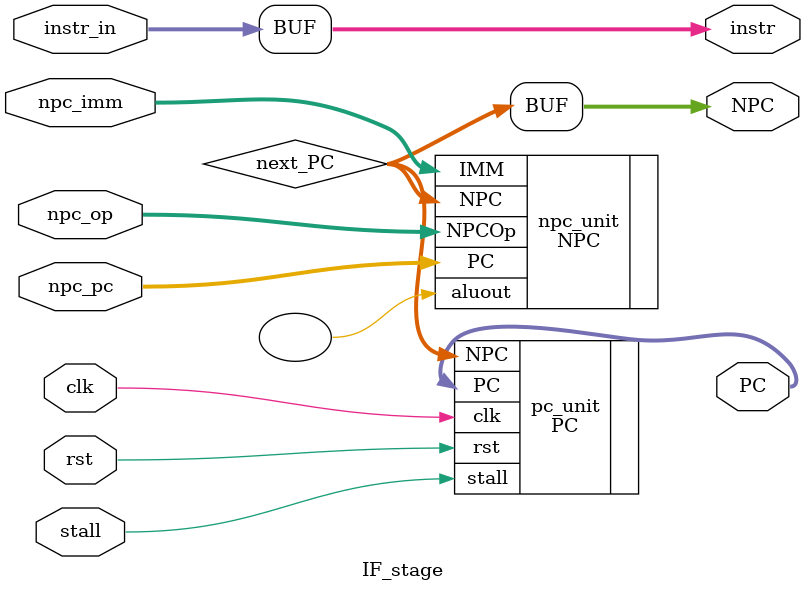
<source format=v>
`include "ctrl_encode_def.v"
module IF_stage(
    input clk,
    input rst,
    input stall,
    input [31:0] instr_in,
    input [2:0] npc_op,
    input [31:0] npc_imm,
    input [31:0] npc_pc,
    output [31:0] PC,
    output [31:0] instr,
    output [31:0] NPC
);
    wire [31:0] next_PC;
    PC pc_unit(.clk(clk), .rst(rst), .NPC(next_PC), .PC(PC), .stall(stall));
    NPC npc_unit(.PC(npc_pc), .NPCOp(npc_op), .IMM(npc_imm), .NPC(next_PC), .aluout());
    assign instr = instr_in;
    assign NPC = next_PC;
endmodule 
</source>
